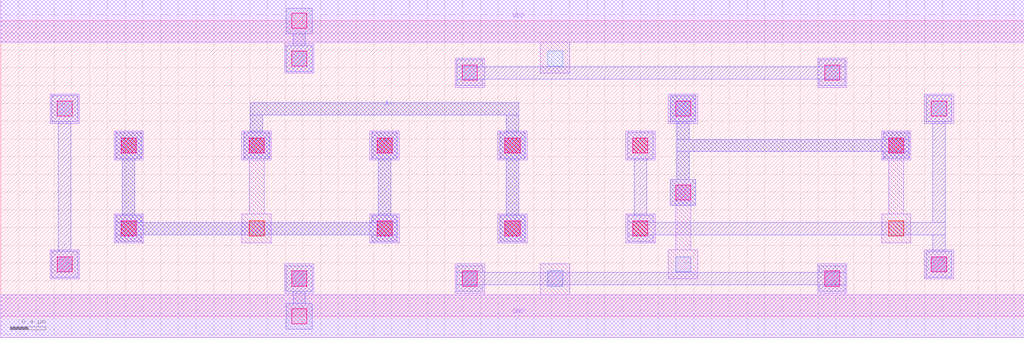
<source format=lef>
MACRO SUTHERLAND1989
 CLASS CORE ;
 FOREIGN SUTHERLAND1989 0 0 ;
 SIZE 11.52 BY 3.33 ;
 ORIGIN 0 0 ;
 SYMMETRY X Y R90 ;
 SITE unit ;
  PIN VDD
   DIRECTION INOUT ;
   USE POWER ;
   SHAPE ABUTMENT ;
    PORT
     CLASS CORE ;
       LAYER li1 ;
        RECT 0.00000000 3.09000000 11.52000000 3.57000000 ;
    END
  END VDD

  PIN GND
   DIRECTION INOUT ;
   USE POWER ;
   SHAPE ABUTMENT ;
    PORT
     CLASS CORE ;
       LAYER li1 ;
        RECT 0.00000000 -0.24000000 11.52000000 0.24000000 ;
    END
  END GND

  PIN C
   DIRECTION INOUT ;
   USE SIGNAL ;
   SHAPE ABUTMENT ;
    PORT
     CLASS CORE ;
       LAYER met1 ;
        RECT 7.53500000 1.25000000 7.82500000 1.54000000 ;
        RECT 7.61000000 1.54000000 7.75000000 1.85500000 ;
        RECT 9.93500000 1.78000000 10.22500000 1.85500000 ;
        RECT 7.61000000 1.85500000 10.22500000 1.99500000 ;
        RECT 9.93500000 1.99500000 10.22500000 2.07000000 ;
        RECT 7.61000000 1.99500000 7.75000000 2.19500000 ;
        RECT 7.53500000 2.19500000 7.82500000 2.48500000 ;
    END
  END C

  PIN A
   DIRECTION INOUT ;
   USE SIGNAL ;
   SHAPE ABUTMENT ;
    PORT
     CLASS CORE ;
       LAYER met1 ;
        RECT 5.61500000 0.84500000 5.90500000 1.13500000 ;
        RECT 5.69000000 1.13500000 5.83000000 1.78000000 ;
        RECT 2.73500000 1.78000000 3.02500000 2.07000000 ;
        RECT 5.61500000 1.78000000 5.90500000 2.07000000 ;
        RECT 2.81000000 2.07000000 2.95000000 2.27000000 ;
        RECT 5.69000000 2.07000000 5.83000000 2.27000000 ;
        RECT 2.81000000 2.27000000 5.83000000 2.41000000 ;
    END
  END A

  PIN B
   DIRECTION INOUT ;
   USE SIGNAL ;
   SHAPE ABUTMENT ;
    PORT
     CLASS CORE ;
       LAYER met1 ;
        RECT 1.29500000 0.84500000 1.58500000 0.92000000 ;
        RECT 4.17500000 0.84500000 4.46500000 0.92000000 ;
        RECT 1.29500000 0.92000000 4.46500000 1.06000000 ;
        RECT 1.29500000 1.06000000 1.58500000 1.13500000 ;
        RECT 4.17500000 1.06000000 4.46500000 1.13500000 ;
        RECT 1.37000000 1.13500000 1.51000000 1.78000000 ;
        RECT 4.25000000 1.13500000 4.39000000 1.78000000 ;
        RECT 1.29500000 1.78000000 1.58500000 2.07000000 ;
        RECT 4.17500000 1.78000000 4.46500000 2.07000000 ;
    END
  END B

 OBS
    LAYER polycont ;
     RECT 1.35500000 0.90500000 1.52500000 1.07500000 ;
     RECT 2.79500000 0.90500000 2.96500000 1.07500000 ;
     RECT 4.23500000 0.90500000 4.40500000 1.07500000 ;
     RECT 5.67500000 0.90500000 5.84500000 1.07500000 ;
     RECT 7.11500000 0.90500000 7.28500000 1.07500000 ;
     RECT 9.99500000 0.90500000 10.16500000 1.07500000 ;
     RECT 1.35500000 1.84000000 1.52500000 2.01000000 ;
     RECT 2.79500000 1.84000000 2.96500000 2.01000000 ;
     RECT 4.23500000 1.84000000 4.40500000 2.01000000 ;
     RECT 5.67500000 1.84000000 5.84500000 2.01000000 ;
     RECT 7.11500000 1.84000000 7.28500000 2.01000000 ;
     RECT 9.99500000 1.84000000 10.16500000 2.01000000 ;

    LAYER pdiffc ;
     RECT 0.63500000 2.25500000 0.80500000 2.42500000 ;
     RECT 7.59500000 2.25500000 7.76500000 2.42500000 ;
     RECT 10.47500000 2.25500000 10.64500000 2.42500000 ;
     RECT 5.19500000 2.66000000 5.36500000 2.83000000 ;
     RECT 9.27500000 2.66000000 9.44500000 2.83000000 ;
     RECT 3.27500000 2.82000000 3.44500000 2.99000000 ;
     RECT 6.15500000 2.82000000 6.32500000 2.99000000 ;

    LAYER ndiffc ;
     RECT 3.27500000 0.34000000 3.44500000 0.51000000 ;
     RECT 5.19500000 0.34000000 5.36500000 0.51000000 ;
     RECT 6.15500000 0.34000000 6.32500000 0.51000000 ;
     RECT 9.27500000 0.34000000 9.44500000 0.51000000 ;
     RECT 0.63500000 0.50000000 0.80500000 0.67000000 ;
     RECT 7.59500000 0.50000000 7.76500000 0.67000000 ;
     RECT 10.47500000 0.50000000 10.64500000 0.67000000 ;

    LAYER li1 ;
     RECT 3.19500000 0.26000000 3.52500000 0.59000000 ;
     RECT 5.11500000 0.26000000 5.44500000 0.59000000 ;
     RECT 0.00000000 -0.24000000 11.52000000 0.24000000 ;
     RECT 6.07500000 0.24000000 6.40500000 0.59000000 ;
     RECT 9.19500000 0.26000000 9.52500000 0.59000000 ;
     RECT 0.55500000 0.42000000 0.88500000 0.75000000 ;
     RECT 10.39500000 0.42000000 10.72500000 0.75000000 ;
     RECT 1.27500000 0.82500000 1.60500000 1.15500000 ;
     RECT 4.15500000 0.82500000 4.48500000 1.15500000 ;
     RECT 5.59500000 0.82500000 5.92500000 1.15500000 ;
     RECT 7.03500000 0.82500000 7.36500000 1.15500000 ;
     RECT 7.51500000 0.42000000 7.84500000 0.75000000 ;
     RECT 7.59500000 0.75000000 7.76500000 1.48000000 ;
     RECT 1.27500000 1.76000000 1.60500000 2.09000000 ;
     RECT 2.71500000 0.82500000 3.04500000 1.15500000 ;
     RECT 2.79500000 1.15500000 2.96500000 1.76000000 ;
     RECT 2.71500000 1.76000000 3.04500000 2.09000000 ;
     RECT 4.15500000 1.76000000 4.48500000 2.09000000 ;
     RECT 5.59500000 1.76000000 5.92500000 2.09000000 ;
     RECT 7.03500000 1.76000000 7.36500000 2.09000000 ;
     RECT 9.91500000 0.82500000 10.24500000 1.15500000 ;
     RECT 9.99500000 1.15500000 10.16500000 1.76000000 ;
     RECT 9.91500000 1.76000000 10.24500000 2.09000000 ;
     RECT 0.55500000 2.17500000 0.88500000 2.50500000 ;
     RECT 7.51500000 2.17500000 7.84500000 2.50500000 ;
     RECT 10.39500000 2.17500000 10.72500000 2.50500000 ;
     RECT 5.11500000 2.58000000 5.44500000 2.91000000 ;
     RECT 9.19500000 2.58000000 9.52500000 2.91000000 ;
     RECT 3.19500000 2.74000000 3.52500000 3.07000000 ;
     RECT 6.07500000 2.74000000 6.40500000 3.09000000 ;
     RECT 0.00000000 3.09000000 11.52000000 3.57000000 ;

    LAYER viali ;
     RECT 3.27500000 -0.08500000 3.44500000 0.08500000 ;
     RECT 3.27500000 0.34000000 3.44500000 0.51000000 ;
     RECT 5.19500000 0.34000000 5.36500000 0.51000000 ;
     RECT 9.27500000 0.34000000 9.44500000 0.51000000 ;
     RECT 0.63500000 0.50000000 0.80500000 0.67000000 ;
     RECT 10.47500000 0.50000000 10.64500000 0.67000000 ;
     RECT 1.35500000 0.90500000 1.52500000 1.07500000 ;
     RECT 4.23500000 0.90500000 4.40500000 1.07500000 ;
     RECT 5.67500000 0.90500000 5.84500000 1.07500000 ;
     RECT 7.11500000 0.90500000 7.28500000 1.07500000 ;
     RECT 7.59500000 1.31000000 7.76500000 1.48000000 ;
     RECT 1.35500000 1.84000000 1.52500000 2.01000000 ;
     RECT 2.79500000 1.84000000 2.96500000 2.01000000 ;
     RECT 4.23500000 1.84000000 4.40500000 2.01000000 ;
     RECT 5.67500000 1.84000000 5.84500000 2.01000000 ;
     RECT 7.11500000 1.84000000 7.28500000 2.01000000 ;
     RECT 9.99500000 1.84000000 10.16500000 2.01000000 ;
     RECT 0.63500000 2.25500000 0.80500000 2.42500000 ;
     RECT 7.59500000 2.25500000 7.76500000 2.42500000 ;
     RECT 10.47500000 2.25500000 10.64500000 2.42500000 ;
     RECT 5.19500000 2.66000000 5.36500000 2.83000000 ;
     RECT 9.27500000 2.66000000 9.44500000 2.83000000 ;
     RECT 3.27500000 2.82000000 3.44500000 2.99000000 ;
     RECT 3.27500000 3.24500000 3.44500000 3.41500000 ;

    LAYER met1 ;
     RECT 3.21500000 -0.14500000 3.50500000 0.14500000 ;
     RECT 3.29000000 0.14500000 3.43000000 0.28000000 ;
     RECT 3.21500000 0.28000000 3.50500000 0.57000000 ;
     RECT 5.13500000 0.28000000 5.42500000 0.35500000 ;
     RECT 9.21500000 0.28000000 9.50500000 0.35500000 ;
     RECT 5.13500000 0.35500000 9.50500000 0.49500000 ;
     RECT 5.13500000 0.49500000 5.42500000 0.57000000 ;
     RECT 9.21500000 0.49500000 9.50500000 0.57000000 ;
     RECT 1.29500000 0.84500000 1.58500000 0.92000000 ;
     RECT 4.17500000 0.84500000 4.46500000 0.92000000 ;
     RECT 1.29500000 0.92000000 4.46500000 1.06000000 ;
     RECT 1.29500000 1.06000000 1.58500000 1.13500000 ;
     RECT 4.17500000 1.06000000 4.46500000 1.13500000 ;
     RECT 1.37000000 1.13500000 1.51000000 1.78000000 ;
     RECT 4.25000000 1.13500000 4.39000000 1.78000000 ;
     RECT 1.29500000 1.78000000 1.58500000 2.07000000 ;
     RECT 4.17500000 1.78000000 4.46500000 2.07000000 ;
     RECT 5.61500000 0.84500000 5.90500000 1.13500000 ;
     RECT 5.69000000 1.13500000 5.83000000 1.78000000 ;
     RECT 2.73500000 1.78000000 3.02500000 2.07000000 ;
     RECT 5.61500000 1.78000000 5.90500000 2.07000000 ;
     RECT 2.81000000 2.07000000 2.95000000 2.27000000 ;
     RECT 5.69000000 2.07000000 5.83000000 2.27000000 ;
     RECT 2.81000000 2.27000000 5.83000000 2.41000000 ;
     RECT 0.57500000 0.44000000 0.86500000 0.73000000 ;
     RECT 0.65000000 0.73000000 0.79000000 2.19500000 ;
     RECT 0.57500000 2.19500000 0.86500000 2.48500000 ;
     RECT 7.53500000 1.25000000 7.82500000 1.54000000 ;
     RECT 7.61000000 1.54000000 7.75000000 1.85500000 ;
     RECT 9.93500000 1.78000000 10.22500000 1.85500000 ;
     RECT 7.61000000 1.85500000 10.22500000 1.99500000 ;
     RECT 9.93500000 1.99500000 10.22500000 2.07000000 ;
     RECT 7.61000000 1.99500000 7.75000000 2.19500000 ;
     RECT 7.53500000 2.19500000 7.82500000 2.48500000 ;
     RECT 10.41500000 0.44000000 10.70500000 0.73000000 ;
     RECT 7.05500000 0.84500000 7.34500000 0.92000000 ;
     RECT 10.49000000 0.73000000 10.63000000 0.92000000 ;
     RECT 7.05500000 0.92000000 10.63000000 1.06000000 ;
     RECT 7.05500000 1.06000000 7.34500000 1.13500000 ;
     RECT 7.13000000 1.13500000 7.27000000 1.78000000 ;
     RECT 7.05500000 1.78000000 7.34500000 2.07000000 ;
     RECT 10.49000000 1.06000000 10.63000000 2.19500000 ;
     RECT 10.41500000 2.19500000 10.70500000 2.48500000 ;
     RECT 5.13500000 2.60000000 5.42500000 2.67500000 ;
     RECT 9.21500000 2.60000000 9.50500000 2.67500000 ;
     RECT 5.13500000 2.67500000 9.50500000 2.81500000 ;
     RECT 5.13500000 2.81500000 5.42500000 2.89000000 ;
     RECT 9.21500000 2.81500000 9.50500000 2.89000000 ;
     RECT 3.21500000 2.76000000 3.50500000 3.05000000 ;
     RECT 3.29000000 3.05000000 3.43000000 3.18500000 ;
     RECT 3.21500000 3.18500000 3.50500000 3.47500000 ;

 END
END SUTHERLAND1989

</source>
